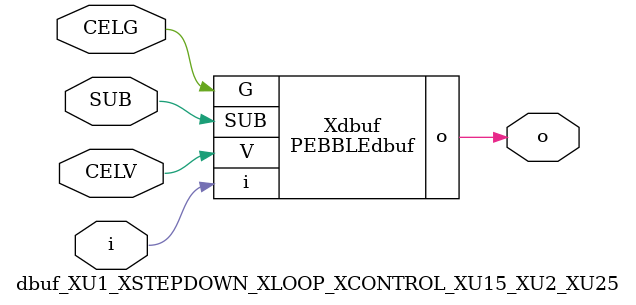
<source format=v>



module PEBBLEdbuf ( o, G, SUB, V, i );

  input V;
  input i;
  input G;
  output o;
  input SUB;
endmodule

//Celera Confidential Do Not Copy dbuf_XU1_XSTEPDOWN_XLOOP_XCONTROL_XU15_XU2_XU25
//Celera Confidential Symbol Generator
//Digital Buffer
module dbuf_XU1_XSTEPDOWN_XLOOP_XCONTROL_XU15_XU2_XU25 (CELV,CELG,i,o,SUB);
input CELV;
input CELG;
input i;
input SUB;
output o;

//Celera Confidential Do Not Copy dbuf
PEBBLEdbuf Xdbuf(
.V (CELV),
.i (i),
.o (o),
.SUB (SUB),
.G (CELG)
);
//,diesize,PEBBLEdbuf

//Celera Confidential Do Not Copy Module End
//Celera Schematic Generator
endmodule

</source>
